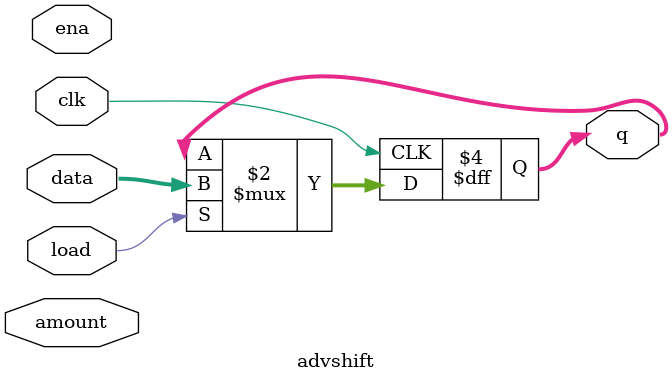
<source format=v>
module advshift(input clk,
input load,
input ena,
input [1:0] amount,
input [63:0] data,
output reg [63:0] q); 
// when load is high, assign data[63:0] to shift register q.
// if ena is high, shift q.
// amount: Chooses which direction and how much to shift.
// 2'b00: shift left by 1 bit.
// 2'b01: shift left by 8 bits.
// 2'b10: shift right by 1 bit.
// 2'b11: shift right by 8 bits.

  always @(posedge clk)
    if (load) q <= data;
endmodule

</source>
